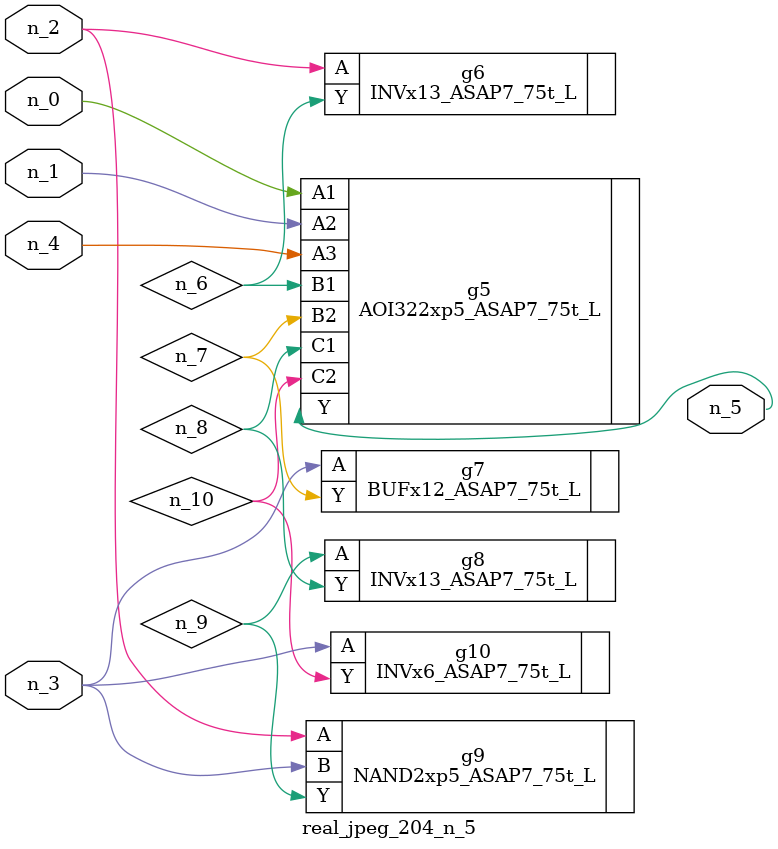
<source format=v>
module real_jpeg_204_n_5 (n_4, n_0, n_1, n_2, n_3, n_5);

input n_4;
input n_0;
input n_1;
input n_2;
input n_3;

output n_5;

wire n_8;
wire n_6;
wire n_7;
wire n_10;
wire n_9;

AOI322xp5_ASAP7_75t_L g5 ( 
.A1(n_0),
.A2(n_1),
.A3(n_4),
.B1(n_6),
.B2(n_7),
.C1(n_8),
.C2(n_10),
.Y(n_5)
);

INVx13_ASAP7_75t_L g6 ( 
.A(n_2),
.Y(n_6)
);

NAND2xp5_ASAP7_75t_L g9 ( 
.A(n_2),
.B(n_3),
.Y(n_9)
);

BUFx12_ASAP7_75t_L g7 ( 
.A(n_3),
.Y(n_7)
);

INVx6_ASAP7_75t_L g10 ( 
.A(n_3),
.Y(n_10)
);

INVx13_ASAP7_75t_L g8 ( 
.A(n_9),
.Y(n_8)
);


endmodule
</source>
